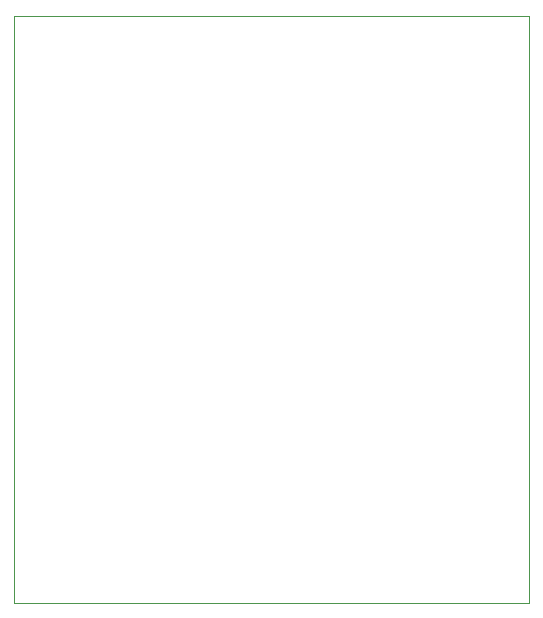
<source format=gbr>
%TF.GenerationSoftware,KiCad,Pcbnew,(6.0.7)*%
%TF.CreationDate,2023-03-11T00:51:03-05:00*%
%TF.ProjectId,GNERAL,474e4552-414c-42e6-9b69-6361645f7063,rev?*%
%TF.SameCoordinates,Original*%
%TF.FileFunction,Profile,NP*%
%FSLAX46Y46*%
G04 Gerber Fmt 4.6, Leading zero omitted, Abs format (unit mm)*
G04 Created by KiCad (PCBNEW (6.0.7)) date 2023-03-11 00:51:03*
%MOMM*%
%LPD*%
G01*
G04 APERTURE LIST*
%TA.AperFunction,Profile*%
%ADD10C,0.100000*%
%TD*%
G04 APERTURE END LIST*
D10*
X129120000Y-71540000D02*
X172780000Y-71540000D01*
X172780000Y-71540000D02*
X172780000Y-121250000D01*
X172780000Y-121250000D02*
X129120000Y-121250000D01*
X129120000Y-121250000D02*
X129120000Y-71540000D01*
M02*

</source>
